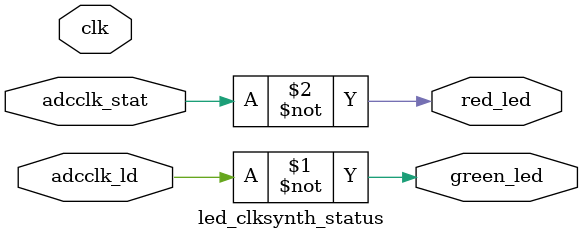
<source format=v>
`timescale 1ns / 1ps


module led_clksynth_status(
  input clk,
  output red_led,
  output green_led,
  // status input signals
  input adcclk_ld,
  input adcclk_stat
);

// the LEDs are active low:
//    0 = LED on
//    1 = LED off

// Assignments right now:
//    green LED is on when clock synthesizer PLLs are locked
//    red LED is on otherwise

assign green_led = ~adcclk_ld;
assign red_led = ~adcclk_stat;


endmodule

</source>
